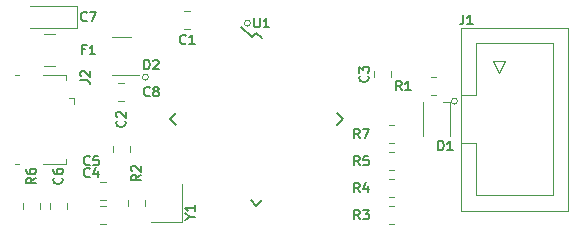
<source format=gto>
%TF.GenerationSoftware,KiCad,Pcbnew,5.1.12-84ad8e8a86~92~ubuntu18.04.1*%
%TF.CreationDate,2023-04-24T19:04:36+02:00*%
%TF.ProjectId,digital-protection-amulet,64696769-7461-46c2-9d70-726f74656374,rev?*%
%TF.SameCoordinates,Original*%
%TF.FileFunction,Legend,Top*%
%TF.FilePolarity,Positive*%
%FSLAX46Y46*%
G04 Gerber Fmt 4.6, Leading zero omitted, Abs format (unit mm)*
G04 Created by KiCad (PCBNEW 5.1.12-84ad8e8a86~92~ubuntu18.04.1) date 2023-04-24 19:04:36*
%MOMM*%
%LPD*%
G01*
G04 APERTURE LIST*
%ADD10C,0.120000*%
%ADD11C,0.150000*%
%ADD12C,0.152400*%
G04 APERTURE END LIST*
D10*
X37592000Y-8382000D02*
G75*
G03*
X37592000Y-8382000I-254000J0D01*
G01*
X11430000Y-6350000D02*
G75*
G03*
X11430000Y-6350000I-254000J0D01*
G01*
X20066000Y-1778000D02*
G75*
G03*
X20066000Y-1778000I-254000J0D01*
G01*
%TO.C,J1*%
X40648000Y-4972000D02*
X41148000Y-5972000D01*
X41648000Y-4972000D02*
X40648000Y-4972000D01*
X41148000Y-5972000D02*
X41648000Y-4972000D01*
X39168000Y-11956000D02*
X37858000Y-11956000D01*
X39168000Y-11956000D02*
X39168000Y-11956000D01*
X39168000Y-16356000D02*
X39168000Y-11956000D01*
X45668000Y-16356000D02*
X39168000Y-16356000D01*
X45668000Y-3456000D02*
X45668000Y-16356000D01*
X39168000Y-3456000D02*
X45668000Y-3456000D01*
X39168000Y-7856000D02*
X39168000Y-3456000D01*
X37858000Y-7856000D02*
X39168000Y-7856000D01*
X37858000Y-17656000D02*
X37858000Y-2156000D01*
X46978000Y-17656000D02*
X37858000Y-17656000D01*
X46978000Y-2156000D02*
X46978000Y-17656000D01*
X37858000Y-2156000D02*
X46978000Y-2156000D01*
%TO.C,J2*%
X2474000Y-13666000D02*
X4454000Y-13666000D01*
X4454000Y-13666000D02*
X4454000Y-13246000D01*
X504000Y-13666000D02*
X104000Y-13666000D01*
X104000Y-6146000D02*
X504000Y-6146000D01*
X2474000Y-6146000D02*
X4454000Y-6146000D01*
X4454000Y-6146000D02*
X4454000Y-6566000D01*
X5134000Y-8596000D02*
X5134000Y-8146000D01*
X4684000Y-8146000D02*
X5134000Y-8146000D01*
%TO.C,Y1*%
X14254000Y-18618000D02*
X14254000Y-15418000D01*
X11654000Y-18618000D02*
X14254000Y-18618000D01*
%TO.C,C1*%
X14993252Y-2259000D02*
X14470748Y-2259000D01*
X14993252Y-789000D02*
X14470748Y-789000D01*
%TO.C,C2*%
X9879000Y-12707252D02*
X9879000Y-12184748D01*
X8409000Y-12707252D02*
X8409000Y-12184748D01*
%TO.C,C3*%
X30507000Y-6357252D02*
X30507000Y-5834748D01*
X31977000Y-6357252D02*
X31977000Y-5834748D01*
%TO.C,C4*%
X7881252Y-17299000D02*
X7358748Y-17299000D01*
X7881252Y-18769000D02*
X7358748Y-18769000D01*
%TO.C,C5*%
X7881252Y-15267000D02*
X7358748Y-15267000D01*
X7881252Y-16737000D02*
X7358748Y-16737000D01*
%TO.C,C6*%
X4545000Y-17010748D02*
X4545000Y-17533252D01*
X3075000Y-17010748D02*
X3075000Y-17533252D01*
%TO.C,C7*%
X5358000Y-335000D02*
X1448000Y-335000D01*
X5358000Y-2205000D02*
X5358000Y-335000D01*
X1448000Y-2205000D02*
X5358000Y-2205000D01*
%TO.C,C8*%
X9405252Y-6885000D02*
X8882748Y-6885000D01*
X9405252Y-8355000D02*
X8882748Y-8355000D01*
%TO.C,D1*%
X34664000Y-8456000D02*
X34664000Y-11356000D01*
X36964000Y-8456000D02*
X36964000Y-11356000D01*
X36364000Y-8456000D02*
X36964000Y-8456000D01*
%TO.C,D2*%
X8344000Y-6172000D02*
X10644000Y-6172000D01*
X9944000Y-2972000D02*
X8344000Y-2972000D01*
%TO.C,F1*%
X2557545Y-5424000D02*
X3538455Y-5424000D01*
X2557545Y-2704000D02*
X3538455Y-2704000D01*
%TO.C,R1*%
X35332936Y-7847000D02*
X35787064Y-7847000D01*
X35332936Y-6377000D02*
X35787064Y-6377000D01*
%TO.C,R2*%
X9679000Y-17245064D02*
X9679000Y-16790936D01*
X11149000Y-17245064D02*
X11149000Y-16790936D01*
%TO.C,R3*%
X31776936Y-18769000D02*
X32231064Y-18769000D01*
X31776936Y-17299000D02*
X32231064Y-17299000D01*
%TO.C,R4*%
X31776936Y-15013000D02*
X32231064Y-15013000D01*
X31776936Y-16483000D02*
X32231064Y-16483000D01*
%TO.C,R5*%
X31776936Y-14197000D02*
X32231064Y-14197000D01*
X31776936Y-12727000D02*
X32231064Y-12727000D01*
%TO.C,R6*%
X2259000Y-17044936D02*
X2259000Y-17499064D01*
X789000Y-17044936D02*
X789000Y-17499064D01*
%TO.C,R7*%
X31776936Y-11911000D02*
X32231064Y-11911000D01*
X31776936Y-10441000D02*
X32231064Y-10441000D01*
D11*
%TO.C,U1*%
X20167414Y-2994031D02*
X19265852Y-2092470D01*
X27892555Y-9906000D02*
X27415258Y-9428703D01*
X20574000Y-17224555D02*
X20096703Y-16747258D01*
X13255445Y-9906000D02*
X13732742Y-10383297D01*
X20574000Y-2587445D02*
X21051297Y-3064742D01*
X13255445Y-9906000D02*
X13732742Y-9428703D01*
X20574000Y-17224555D02*
X21051297Y-16747258D01*
X27892555Y-9906000D02*
X27415258Y-10383297D01*
X20574000Y-2587445D02*
X20167414Y-2994031D01*
%TO.C,J1*%
D12*
X38083066Y-1078895D02*
X38083066Y-1659466D01*
X38044361Y-1775580D01*
X37966952Y-1852990D01*
X37850838Y-1891695D01*
X37773428Y-1891695D01*
X38895866Y-1891695D02*
X38431409Y-1891695D01*
X38663638Y-1891695D02*
X38663638Y-1078895D01*
X38586228Y-1195009D01*
X38508819Y-1272419D01*
X38431409Y-1311123D01*
%TO.C,J2*%
X5650895Y-6620933D02*
X6231466Y-6620933D01*
X6347580Y-6659638D01*
X6424990Y-6737047D01*
X6463695Y-6853161D01*
X6463695Y-6930571D01*
X5728304Y-6272590D02*
X5689600Y-6233885D01*
X5650895Y-6156476D01*
X5650895Y-5962952D01*
X5689600Y-5885542D01*
X5728304Y-5846838D01*
X5805714Y-5808133D01*
X5883123Y-5808133D01*
X5999238Y-5846838D01*
X6463695Y-6311295D01*
X6463695Y-5808133D01*
%TO.C,Y1*%
X14966647Y-18167047D02*
X15353695Y-18167047D01*
X14540895Y-18437980D02*
X14966647Y-18167047D01*
X14540895Y-17896114D01*
X15353695Y-17199428D02*
X15353695Y-17663885D01*
X15353695Y-17431657D02*
X14540895Y-17431657D01*
X14657009Y-17509066D01*
X14734419Y-17586476D01*
X14773123Y-17663885D01*
%TO.C,C1*%
X14596533Y-3494285D02*
X14557828Y-3532990D01*
X14441714Y-3571695D01*
X14364304Y-3571695D01*
X14248190Y-3532990D01*
X14170780Y-3455580D01*
X14132076Y-3378171D01*
X14093371Y-3223352D01*
X14093371Y-3107238D01*
X14132076Y-2952419D01*
X14170780Y-2875009D01*
X14248190Y-2797600D01*
X14364304Y-2758895D01*
X14441714Y-2758895D01*
X14557828Y-2797600D01*
X14596533Y-2836304D01*
X15370628Y-3571695D02*
X14906171Y-3571695D01*
X15138400Y-3571695D02*
X15138400Y-2758895D01*
X15060990Y-2875009D01*
X14983580Y-2952419D01*
X14906171Y-2991123D01*
%TO.C,C2*%
X9434285Y-10041466D02*
X9472990Y-10080171D01*
X9511695Y-10196285D01*
X9511695Y-10273695D01*
X9472990Y-10389809D01*
X9395580Y-10467219D01*
X9318171Y-10505923D01*
X9163352Y-10544628D01*
X9047238Y-10544628D01*
X8892419Y-10505923D01*
X8815009Y-10467219D01*
X8737600Y-10389809D01*
X8698895Y-10273695D01*
X8698895Y-10196285D01*
X8737600Y-10080171D01*
X8776304Y-10041466D01*
X8776304Y-9731828D02*
X8737600Y-9693123D01*
X8698895Y-9615714D01*
X8698895Y-9422190D01*
X8737600Y-9344780D01*
X8776304Y-9306076D01*
X8853714Y-9267371D01*
X8931123Y-9267371D01*
X9047238Y-9306076D01*
X9511695Y-9770533D01*
X9511695Y-9267371D01*
%TO.C,C3*%
X30008285Y-6231466D02*
X30046990Y-6270171D01*
X30085695Y-6386285D01*
X30085695Y-6463695D01*
X30046990Y-6579809D01*
X29969580Y-6657219D01*
X29892171Y-6695923D01*
X29737352Y-6734628D01*
X29621238Y-6734628D01*
X29466419Y-6695923D01*
X29389009Y-6657219D01*
X29311600Y-6579809D01*
X29272895Y-6463695D01*
X29272895Y-6386285D01*
X29311600Y-6270171D01*
X29350304Y-6231466D01*
X29272895Y-5960533D02*
X29272895Y-5457371D01*
X29582533Y-5728304D01*
X29582533Y-5612190D01*
X29621238Y-5534780D01*
X29659942Y-5496076D01*
X29737352Y-5457371D01*
X29930876Y-5457371D01*
X30008285Y-5496076D01*
X30046990Y-5534780D01*
X30085695Y-5612190D01*
X30085695Y-5844419D01*
X30046990Y-5921828D01*
X30008285Y-5960533D01*
%TO.C,C4*%
X6468533Y-14768285D02*
X6429828Y-14806990D01*
X6313714Y-14845695D01*
X6236304Y-14845695D01*
X6120190Y-14806990D01*
X6042780Y-14729580D01*
X6004076Y-14652171D01*
X5965371Y-14497352D01*
X5965371Y-14381238D01*
X6004076Y-14226419D01*
X6042780Y-14149009D01*
X6120190Y-14071600D01*
X6236304Y-14032895D01*
X6313714Y-14032895D01*
X6429828Y-14071600D01*
X6468533Y-14110304D01*
X7165219Y-14303828D02*
X7165219Y-14845695D01*
X6971695Y-13994190D02*
X6778171Y-14574761D01*
X7281333Y-14574761D01*
%TO.C,C5*%
X6468533Y-13752285D02*
X6429828Y-13790990D01*
X6313714Y-13829695D01*
X6236304Y-13829695D01*
X6120190Y-13790990D01*
X6042780Y-13713580D01*
X6004076Y-13636171D01*
X5965371Y-13481352D01*
X5965371Y-13365238D01*
X6004076Y-13210419D01*
X6042780Y-13133009D01*
X6120190Y-13055600D01*
X6236304Y-13016895D01*
X6313714Y-13016895D01*
X6429828Y-13055600D01*
X6468533Y-13094304D01*
X7203923Y-13016895D02*
X6816876Y-13016895D01*
X6778171Y-13403942D01*
X6816876Y-13365238D01*
X6894285Y-13326533D01*
X7087809Y-13326533D01*
X7165219Y-13365238D01*
X7203923Y-13403942D01*
X7242628Y-13481352D01*
X7242628Y-13674876D01*
X7203923Y-13752285D01*
X7165219Y-13790990D01*
X7087809Y-13829695D01*
X6894285Y-13829695D01*
X6816876Y-13790990D01*
X6778171Y-13752285D01*
%TO.C,C6*%
X4100285Y-14867466D02*
X4138990Y-14906171D01*
X4177695Y-15022285D01*
X4177695Y-15099695D01*
X4138990Y-15215809D01*
X4061580Y-15293219D01*
X3984171Y-15331923D01*
X3829352Y-15370628D01*
X3713238Y-15370628D01*
X3558419Y-15331923D01*
X3481009Y-15293219D01*
X3403600Y-15215809D01*
X3364895Y-15099695D01*
X3364895Y-15022285D01*
X3403600Y-14906171D01*
X3442304Y-14867466D01*
X3364895Y-14170780D02*
X3364895Y-14325600D01*
X3403600Y-14403009D01*
X3442304Y-14441714D01*
X3558419Y-14519123D01*
X3713238Y-14557828D01*
X4022876Y-14557828D01*
X4100285Y-14519123D01*
X4138990Y-14480419D01*
X4177695Y-14403009D01*
X4177695Y-14248190D01*
X4138990Y-14170780D01*
X4100285Y-14132076D01*
X4022876Y-14093371D01*
X3829352Y-14093371D01*
X3751942Y-14132076D01*
X3713238Y-14170780D01*
X3674533Y-14248190D01*
X3674533Y-14403009D01*
X3713238Y-14480419D01*
X3751942Y-14519123D01*
X3829352Y-14557828D01*
%TO.C,C7*%
X6214533Y-1560285D02*
X6175828Y-1598990D01*
X6059714Y-1637695D01*
X5982304Y-1637695D01*
X5866190Y-1598990D01*
X5788780Y-1521580D01*
X5750076Y-1444171D01*
X5711371Y-1289352D01*
X5711371Y-1173238D01*
X5750076Y-1018419D01*
X5788780Y-941009D01*
X5866190Y-863600D01*
X5982304Y-824895D01*
X6059714Y-824895D01*
X6175828Y-863600D01*
X6214533Y-902304D01*
X6485466Y-824895D02*
X7027333Y-824895D01*
X6678990Y-1637695D01*
%TO.C,C8*%
X11548533Y-7910285D02*
X11509828Y-7948990D01*
X11393714Y-7987695D01*
X11316304Y-7987695D01*
X11200190Y-7948990D01*
X11122780Y-7871580D01*
X11084076Y-7794171D01*
X11045371Y-7639352D01*
X11045371Y-7523238D01*
X11084076Y-7368419D01*
X11122780Y-7291009D01*
X11200190Y-7213600D01*
X11316304Y-7174895D01*
X11393714Y-7174895D01*
X11509828Y-7213600D01*
X11548533Y-7252304D01*
X12012990Y-7523238D02*
X11935580Y-7484533D01*
X11896876Y-7445828D01*
X11858171Y-7368419D01*
X11858171Y-7329714D01*
X11896876Y-7252304D01*
X11935580Y-7213600D01*
X12012990Y-7174895D01*
X12167809Y-7174895D01*
X12245219Y-7213600D01*
X12283923Y-7252304D01*
X12322628Y-7329714D01*
X12322628Y-7368419D01*
X12283923Y-7445828D01*
X12245219Y-7484533D01*
X12167809Y-7523238D01*
X12012990Y-7523238D01*
X11935580Y-7561942D01*
X11896876Y-7600647D01*
X11858171Y-7678057D01*
X11858171Y-7832876D01*
X11896876Y-7910285D01*
X11935580Y-7948990D01*
X12012990Y-7987695D01*
X12167809Y-7987695D01*
X12245219Y-7948990D01*
X12283923Y-7910285D01*
X12322628Y-7832876D01*
X12322628Y-7678057D01*
X12283923Y-7600647D01*
X12245219Y-7561942D01*
X12167809Y-7523238D01*
%TO.C,D1*%
X35976076Y-12559695D02*
X35976076Y-11746895D01*
X36169600Y-11746895D01*
X36285714Y-11785600D01*
X36363123Y-11863009D01*
X36401828Y-11940419D01*
X36440533Y-12095238D01*
X36440533Y-12211352D01*
X36401828Y-12366171D01*
X36363123Y-12443580D01*
X36285714Y-12520990D01*
X36169600Y-12559695D01*
X35976076Y-12559695D01*
X37214628Y-12559695D02*
X36750171Y-12559695D01*
X36982400Y-12559695D02*
X36982400Y-11746895D01*
X36904990Y-11863009D01*
X36827580Y-11940419D01*
X36750171Y-11979123D01*
%TO.C,D2*%
X11084076Y-5701695D02*
X11084076Y-4888895D01*
X11277600Y-4888895D01*
X11393714Y-4927600D01*
X11471123Y-5005009D01*
X11509828Y-5082419D01*
X11548533Y-5237238D01*
X11548533Y-5353352D01*
X11509828Y-5508171D01*
X11471123Y-5585580D01*
X11393714Y-5662990D01*
X11277600Y-5701695D01*
X11084076Y-5701695D01*
X11858171Y-4966304D02*
X11896876Y-4927600D01*
X11974285Y-4888895D01*
X12167809Y-4888895D01*
X12245219Y-4927600D01*
X12283923Y-4966304D01*
X12322628Y-5043714D01*
X12322628Y-5121123D01*
X12283923Y-5237238D01*
X11819466Y-5701695D01*
X12322628Y-5701695D01*
%TO.C,F1*%
X6079066Y-4005942D02*
X5808133Y-4005942D01*
X5808133Y-4431695D02*
X5808133Y-3618895D01*
X6195180Y-3618895D01*
X6930571Y-4431695D02*
X6466114Y-4431695D01*
X6698342Y-4431695D02*
X6698342Y-3618895D01*
X6620933Y-3735009D01*
X6543523Y-3812419D01*
X6466114Y-3851123D01*
%TO.C,R1*%
X32884533Y-7479695D02*
X32613600Y-7092647D01*
X32420076Y-7479695D02*
X32420076Y-6666895D01*
X32729714Y-6666895D01*
X32807123Y-6705600D01*
X32845828Y-6744304D01*
X32884533Y-6821714D01*
X32884533Y-6937828D01*
X32845828Y-7015238D01*
X32807123Y-7053942D01*
X32729714Y-7092647D01*
X32420076Y-7092647D01*
X33658628Y-7479695D02*
X33194171Y-7479695D01*
X33426400Y-7479695D02*
X33426400Y-6666895D01*
X33348990Y-6783009D01*
X33271580Y-6860419D01*
X33194171Y-6899123D01*
%TO.C,R2*%
X10781695Y-14613466D02*
X10394647Y-14884400D01*
X10781695Y-15077923D02*
X9968895Y-15077923D01*
X9968895Y-14768285D01*
X10007600Y-14690876D01*
X10046304Y-14652171D01*
X10123714Y-14613466D01*
X10239828Y-14613466D01*
X10317238Y-14652171D01*
X10355942Y-14690876D01*
X10394647Y-14768285D01*
X10394647Y-15077923D01*
X10046304Y-14303828D02*
X10007600Y-14265123D01*
X9968895Y-14187714D01*
X9968895Y-13994190D01*
X10007600Y-13916780D01*
X10046304Y-13878076D01*
X10123714Y-13839371D01*
X10201123Y-13839371D01*
X10317238Y-13878076D01*
X10781695Y-14342533D01*
X10781695Y-13839371D01*
%TO.C,R3*%
X29328533Y-18401695D02*
X29057600Y-18014647D01*
X28864076Y-18401695D02*
X28864076Y-17588895D01*
X29173714Y-17588895D01*
X29251123Y-17627600D01*
X29289828Y-17666304D01*
X29328533Y-17743714D01*
X29328533Y-17859828D01*
X29289828Y-17937238D01*
X29251123Y-17975942D01*
X29173714Y-18014647D01*
X28864076Y-18014647D01*
X29599466Y-17588895D02*
X30102628Y-17588895D01*
X29831695Y-17898533D01*
X29947809Y-17898533D01*
X30025219Y-17937238D01*
X30063923Y-17975942D01*
X30102628Y-18053352D01*
X30102628Y-18246876D01*
X30063923Y-18324285D01*
X30025219Y-18362990D01*
X29947809Y-18401695D01*
X29715580Y-18401695D01*
X29638171Y-18362990D01*
X29599466Y-18324285D01*
%TO.C,R4*%
X29328533Y-16115695D02*
X29057600Y-15728647D01*
X28864076Y-16115695D02*
X28864076Y-15302895D01*
X29173714Y-15302895D01*
X29251123Y-15341600D01*
X29289828Y-15380304D01*
X29328533Y-15457714D01*
X29328533Y-15573828D01*
X29289828Y-15651238D01*
X29251123Y-15689942D01*
X29173714Y-15728647D01*
X28864076Y-15728647D01*
X30025219Y-15573828D02*
X30025219Y-16115695D01*
X29831695Y-15264190D02*
X29638171Y-15844761D01*
X30141333Y-15844761D01*
%TO.C,R5*%
X29328533Y-13829695D02*
X29057600Y-13442647D01*
X28864076Y-13829695D02*
X28864076Y-13016895D01*
X29173714Y-13016895D01*
X29251123Y-13055600D01*
X29289828Y-13094304D01*
X29328533Y-13171714D01*
X29328533Y-13287828D01*
X29289828Y-13365238D01*
X29251123Y-13403942D01*
X29173714Y-13442647D01*
X28864076Y-13442647D01*
X30063923Y-13016895D02*
X29676876Y-13016895D01*
X29638171Y-13403942D01*
X29676876Y-13365238D01*
X29754285Y-13326533D01*
X29947809Y-13326533D01*
X30025219Y-13365238D01*
X30063923Y-13403942D01*
X30102628Y-13481352D01*
X30102628Y-13674876D01*
X30063923Y-13752285D01*
X30025219Y-13790990D01*
X29947809Y-13829695D01*
X29754285Y-13829695D01*
X29676876Y-13790990D01*
X29638171Y-13752285D01*
%TO.C,R6*%
X1891695Y-14867466D02*
X1504647Y-15138400D01*
X1891695Y-15331923D02*
X1078895Y-15331923D01*
X1078895Y-15022285D01*
X1117600Y-14944876D01*
X1156304Y-14906171D01*
X1233714Y-14867466D01*
X1349828Y-14867466D01*
X1427238Y-14906171D01*
X1465942Y-14944876D01*
X1504647Y-15022285D01*
X1504647Y-15331923D01*
X1078895Y-14170780D02*
X1078895Y-14325600D01*
X1117600Y-14403009D01*
X1156304Y-14441714D01*
X1272419Y-14519123D01*
X1427238Y-14557828D01*
X1736876Y-14557828D01*
X1814285Y-14519123D01*
X1852990Y-14480419D01*
X1891695Y-14403009D01*
X1891695Y-14248190D01*
X1852990Y-14170780D01*
X1814285Y-14132076D01*
X1736876Y-14093371D01*
X1543352Y-14093371D01*
X1465942Y-14132076D01*
X1427238Y-14170780D01*
X1388533Y-14248190D01*
X1388533Y-14403009D01*
X1427238Y-14480419D01*
X1465942Y-14519123D01*
X1543352Y-14557828D01*
%TO.C,R7*%
X29328533Y-11543695D02*
X29057600Y-11156647D01*
X28864076Y-11543695D02*
X28864076Y-10730895D01*
X29173714Y-10730895D01*
X29251123Y-10769600D01*
X29289828Y-10808304D01*
X29328533Y-10885714D01*
X29328533Y-11001828D01*
X29289828Y-11079238D01*
X29251123Y-11117942D01*
X29173714Y-11156647D01*
X28864076Y-11156647D01*
X29599466Y-10730895D02*
X30141333Y-10730895D01*
X29792990Y-11543695D01*
%TO.C,U1*%
X20380723Y-1332895D02*
X20380723Y-1990876D01*
X20419428Y-2068285D01*
X20458133Y-2106990D01*
X20535542Y-2145695D01*
X20690361Y-2145695D01*
X20767771Y-2106990D01*
X20806476Y-2068285D01*
X20845180Y-1990876D01*
X20845180Y-1332895D01*
X21657980Y-2145695D02*
X21193523Y-2145695D01*
X21425752Y-2145695D02*
X21425752Y-1332895D01*
X21348342Y-1449009D01*
X21270933Y-1526419D01*
X21193523Y-1565123D01*
%TD*%
M02*

</source>
